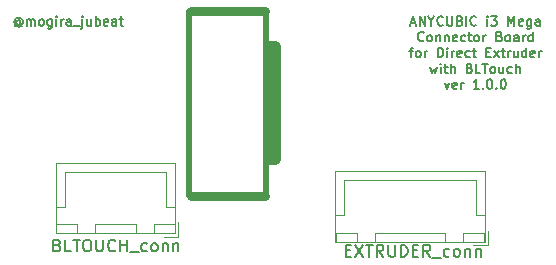
<source format=gto>
G04 #@! TF.GenerationSoftware,KiCad,Pcbnew,(5.1.2)-1*
G04 #@! TF.CreationDate,2020-08-06T11:16:41+09:00*
G04 #@! TF.ProjectId,i3mega_connector_board,69336d65-6761-45f6-936f-6e6e6563746f,rev?*
G04 #@! TF.SameCoordinates,PX7efb530PY7b459e0*
G04 #@! TF.FileFunction,Legend,Top*
G04 #@! TF.FilePolarity,Positive*
%FSLAX46Y46*%
G04 Gerber Fmt 4.6, Leading zero omitted, Abs format (unit mm)*
G04 Created by KiCad (PCBNEW (5.1.2)-1) date 2020-08-06 11:16:41*
%MOMM*%
%LPD*%
G04 APERTURE LIST*
%ADD10C,0.140000*%
%ADD11C,0.120000*%
%ADD12C,1.000000*%
%ADD13C,0.550000*%
%ADD14C,0.750000*%
%ADD15C,0.150000*%
G04 APERTURE END LIST*
D10*
X1916904Y20444048D02*
X1878809Y20482143D01*
X1802619Y20520239D01*
X1726428Y20520239D01*
X1650238Y20482143D01*
X1612142Y20444048D01*
X1574047Y20367858D01*
X1574047Y20291667D01*
X1612142Y20215477D01*
X1650238Y20177381D01*
X1726428Y20139286D01*
X1802619Y20139286D01*
X1878809Y20177381D01*
X1916904Y20215477D01*
X1916904Y20520239D02*
X1916904Y20215477D01*
X1955000Y20177381D01*
X1993095Y20177381D01*
X2069285Y20215477D01*
X2107380Y20291667D01*
X2107380Y20482143D01*
X2031190Y20596429D01*
X1916904Y20672620D01*
X1764523Y20710715D01*
X1612142Y20672620D01*
X1497857Y20596429D01*
X1421666Y20482143D01*
X1383571Y20329762D01*
X1421666Y20177381D01*
X1497857Y20063096D01*
X1612142Y19986905D01*
X1764523Y19948810D01*
X1916904Y19986905D01*
X2031190Y20063096D01*
X2450238Y20063096D02*
X2450238Y20596429D01*
X2450238Y20520239D02*
X2488333Y20558334D01*
X2564523Y20596429D01*
X2678809Y20596429D01*
X2755000Y20558334D01*
X2793095Y20482143D01*
X2793095Y20063096D01*
X2793095Y20482143D02*
X2831190Y20558334D01*
X2907380Y20596429D01*
X3021666Y20596429D01*
X3097857Y20558334D01*
X3135952Y20482143D01*
X3135952Y20063096D01*
X3631190Y20063096D02*
X3555000Y20101191D01*
X3516904Y20139286D01*
X3478809Y20215477D01*
X3478809Y20444048D01*
X3516904Y20520239D01*
X3555000Y20558334D01*
X3631190Y20596429D01*
X3745476Y20596429D01*
X3821666Y20558334D01*
X3859761Y20520239D01*
X3897857Y20444048D01*
X3897857Y20215477D01*
X3859761Y20139286D01*
X3821666Y20101191D01*
X3745476Y20063096D01*
X3631190Y20063096D01*
X4583571Y20596429D02*
X4583571Y19948810D01*
X4545476Y19872620D01*
X4507380Y19834524D01*
X4431190Y19796429D01*
X4316904Y19796429D01*
X4240714Y19834524D01*
X4583571Y20101191D02*
X4507380Y20063096D01*
X4355000Y20063096D01*
X4278809Y20101191D01*
X4240714Y20139286D01*
X4202619Y20215477D01*
X4202619Y20444048D01*
X4240714Y20520239D01*
X4278809Y20558334D01*
X4355000Y20596429D01*
X4507380Y20596429D01*
X4583571Y20558334D01*
X4964523Y20063096D02*
X4964523Y20596429D01*
X4964523Y20863096D02*
X4926428Y20825000D01*
X4964523Y20786905D01*
X5002619Y20825000D01*
X4964523Y20863096D01*
X4964523Y20786905D01*
X5345476Y20063096D02*
X5345476Y20596429D01*
X5345476Y20444048D02*
X5383571Y20520239D01*
X5421666Y20558334D01*
X5497857Y20596429D01*
X5574047Y20596429D01*
X6183571Y20063096D02*
X6183571Y20482143D01*
X6145476Y20558334D01*
X6069285Y20596429D01*
X5916904Y20596429D01*
X5840714Y20558334D01*
X6183571Y20101191D02*
X6107380Y20063096D01*
X5916904Y20063096D01*
X5840714Y20101191D01*
X5802619Y20177381D01*
X5802619Y20253572D01*
X5840714Y20329762D01*
X5916904Y20367858D01*
X6107380Y20367858D01*
X6183571Y20405953D01*
X6374047Y19986905D02*
X6983571Y19986905D01*
X7174047Y20596429D02*
X7174047Y19910715D01*
X7135952Y19834524D01*
X7059761Y19796429D01*
X7021666Y19796429D01*
X7174047Y20863096D02*
X7135952Y20825000D01*
X7174047Y20786905D01*
X7212142Y20825000D01*
X7174047Y20863096D01*
X7174047Y20786905D01*
X7897857Y20596429D02*
X7897857Y20063096D01*
X7555000Y20596429D02*
X7555000Y20177381D01*
X7593095Y20101191D01*
X7669285Y20063096D01*
X7783571Y20063096D01*
X7859761Y20101191D01*
X7897857Y20139286D01*
X8278809Y20063096D02*
X8278809Y20863096D01*
X8278809Y20558334D02*
X8355000Y20596429D01*
X8507380Y20596429D01*
X8583571Y20558334D01*
X8621666Y20520239D01*
X8659761Y20444048D01*
X8659761Y20215477D01*
X8621666Y20139286D01*
X8583571Y20101191D01*
X8507380Y20063096D01*
X8355000Y20063096D01*
X8278809Y20101191D01*
X9307380Y20101191D02*
X9231190Y20063096D01*
X9078809Y20063096D01*
X9002619Y20101191D01*
X8964523Y20177381D01*
X8964523Y20482143D01*
X9002619Y20558334D01*
X9078809Y20596429D01*
X9231190Y20596429D01*
X9307380Y20558334D01*
X9345476Y20482143D01*
X9345476Y20405953D01*
X8964523Y20329762D01*
X10031190Y20063096D02*
X10031190Y20482143D01*
X9993095Y20558334D01*
X9916904Y20596429D01*
X9764523Y20596429D01*
X9688333Y20558334D01*
X10031190Y20101191D02*
X9955000Y20063096D01*
X9764523Y20063096D01*
X9688333Y20101191D01*
X9650238Y20177381D01*
X9650238Y20253572D01*
X9688333Y20329762D01*
X9764523Y20367858D01*
X9955000Y20367858D01*
X10031190Y20405953D01*
X10297857Y20596429D02*
X10602619Y20596429D01*
X10412142Y20863096D02*
X10412142Y20177381D01*
X10450238Y20101191D01*
X10526428Y20063096D01*
X10602619Y20063096D01*
X34988333Y20296667D02*
X35369285Y20296667D01*
X34912142Y20068096D02*
X35178809Y20868096D01*
X35445476Y20068096D01*
X35712142Y20068096D02*
X35712142Y20868096D01*
X36169285Y20068096D01*
X36169285Y20868096D01*
X36702619Y20449048D02*
X36702619Y20068096D01*
X36435952Y20868096D02*
X36702619Y20449048D01*
X36969285Y20868096D01*
X37693095Y20144286D02*
X37655000Y20106191D01*
X37540714Y20068096D01*
X37464523Y20068096D01*
X37350238Y20106191D01*
X37274047Y20182381D01*
X37235952Y20258572D01*
X37197857Y20410953D01*
X37197857Y20525239D01*
X37235952Y20677620D01*
X37274047Y20753810D01*
X37350238Y20830000D01*
X37464523Y20868096D01*
X37540714Y20868096D01*
X37655000Y20830000D01*
X37693095Y20791905D01*
X38035952Y20868096D02*
X38035952Y20220477D01*
X38074047Y20144286D01*
X38112142Y20106191D01*
X38188333Y20068096D01*
X38340714Y20068096D01*
X38416904Y20106191D01*
X38455000Y20144286D01*
X38493095Y20220477D01*
X38493095Y20868096D01*
X39140714Y20487143D02*
X39255000Y20449048D01*
X39293095Y20410953D01*
X39331190Y20334762D01*
X39331190Y20220477D01*
X39293095Y20144286D01*
X39255000Y20106191D01*
X39178809Y20068096D01*
X38874047Y20068096D01*
X38874047Y20868096D01*
X39140714Y20868096D01*
X39216904Y20830000D01*
X39255000Y20791905D01*
X39293095Y20715715D01*
X39293095Y20639524D01*
X39255000Y20563334D01*
X39216904Y20525239D01*
X39140714Y20487143D01*
X38874047Y20487143D01*
X39674047Y20068096D02*
X39674047Y20868096D01*
X40512142Y20144286D02*
X40474047Y20106191D01*
X40359761Y20068096D01*
X40283571Y20068096D01*
X40169285Y20106191D01*
X40093095Y20182381D01*
X40055000Y20258572D01*
X40016904Y20410953D01*
X40016904Y20525239D01*
X40055000Y20677620D01*
X40093095Y20753810D01*
X40169285Y20830000D01*
X40283571Y20868096D01*
X40359761Y20868096D01*
X40474047Y20830000D01*
X40512142Y20791905D01*
X41464523Y20068096D02*
X41464523Y20601429D01*
X41464523Y20868096D02*
X41426428Y20830000D01*
X41464523Y20791905D01*
X41502619Y20830000D01*
X41464523Y20868096D01*
X41464523Y20791905D01*
X41769285Y20868096D02*
X42264523Y20868096D01*
X41997857Y20563334D01*
X42112142Y20563334D01*
X42188333Y20525239D01*
X42226428Y20487143D01*
X42264523Y20410953D01*
X42264523Y20220477D01*
X42226428Y20144286D01*
X42188333Y20106191D01*
X42112142Y20068096D01*
X41883571Y20068096D01*
X41807380Y20106191D01*
X41769285Y20144286D01*
X43216904Y20068096D02*
X43216904Y20868096D01*
X43483571Y20296667D01*
X43750238Y20868096D01*
X43750238Y20068096D01*
X44435952Y20106191D02*
X44359761Y20068096D01*
X44207380Y20068096D01*
X44131190Y20106191D01*
X44093095Y20182381D01*
X44093095Y20487143D01*
X44131190Y20563334D01*
X44207380Y20601429D01*
X44359761Y20601429D01*
X44435952Y20563334D01*
X44474047Y20487143D01*
X44474047Y20410953D01*
X44093095Y20334762D01*
X45159761Y20601429D02*
X45159761Y19953810D01*
X45121666Y19877620D01*
X45083571Y19839524D01*
X45007380Y19801429D01*
X44893095Y19801429D01*
X44816904Y19839524D01*
X45159761Y20106191D02*
X45083571Y20068096D01*
X44931190Y20068096D01*
X44855000Y20106191D01*
X44816904Y20144286D01*
X44778809Y20220477D01*
X44778809Y20449048D01*
X44816904Y20525239D01*
X44855000Y20563334D01*
X44931190Y20601429D01*
X45083571Y20601429D01*
X45159761Y20563334D01*
X45883571Y20068096D02*
X45883571Y20487143D01*
X45845476Y20563334D01*
X45769285Y20601429D01*
X45616904Y20601429D01*
X45540714Y20563334D01*
X45883571Y20106191D02*
X45807380Y20068096D01*
X45616904Y20068096D01*
X45540714Y20106191D01*
X45502619Y20182381D01*
X45502619Y20258572D01*
X45540714Y20334762D01*
X45616904Y20372858D01*
X45807380Y20372858D01*
X45883571Y20410953D01*
X36055000Y18804286D02*
X36016904Y18766191D01*
X35902619Y18728096D01*
X35826428Y18728096D01*
X35712142Y18766191D01*
X35635952Y18842381D01*
X35597857Y18918572D01*
X35559761Y19070953D01*
X35559761Y19185239D01*
X35597857Y19337620D01*
X35635952Y19413810D01*
X35712142Y19490000D01*
X35826428Y19528096D01*
X35902619Y19528096D01*
X36016904Y19490000D01*
X36055000Y19451905D01*
X36512142Y18728096D02*
X36435952Y18766191D01*
X36397857Y18804286D01*
X36359761Y18880477D01*
X36359761Y19109048D01*
X36397857Y19185239D01*
X36435952Y19223334D01*
X36512142Y19261429D01*
X36626428Y19261429D01*
X36702619Y19223334D01*
X36740714Y19185239D01*
X36778809Y19109048D01*
X36778809Y18880477D01*
X36740714Y18804286D01*
X36702619Y18766191D01*
X36626428Y18728096D01*
X36512142Y18728096D01*
X37121666Y19261429D02*
X37121666Y18728096D01*
X37121666Y19185239D02*
X37159761Y19223334D01*
X37235952Y19261429D01*
X37350238Y19261429D01*
X37426428Y19223334D01*
X37464523Y19147143D01*
X37464523Y18728096D01*
X37845476Y19261429D02*
X37845476Y18728096D01*
X37845476Y19185239D02*
X37883571Y19223334D01*
X37959761Y19261429D01*
X38074047Y19261429D01*
X38150238Y19223334D01*
X38188333Y19147143D01*
X38188333Y18728096D01*
X38874047Y18766191D02*
X38797857Y18728096D01*
X38645476Y18728096D01*
X38569285Y18766191D01*
X38531190Y18842381D01*
X38531190Y19147143D01*
X38569285Y19223334D01*
X38645476Y19261429D01*
X38797857Y19261429D01*
X38874047Y19223334D01*
X38912142Y19147143D01*
X38912142Y19070953D01*
X38531190Y18994762D01*
X39597857Y18766191D02*
X39521666Y18728096D01*
X39369285Y18728096D01*
X39293095Y18766191D01*
X39255000Y18804286D01*
X39216904Y18880477D01*
X39216904Y19109048D01*
X39255000Y19185239D01*
X39293095Y19223334D01*
X39369285Y19261429D01*
X39521666Y19261429D01*
X39597857Y19223334D01*
X39826428Y19261429D02*
X40131190Y19261429D01*
X39940714Y19528096D02*
X39940714Y18842381D01*
X39978809Y18766191D01*
X40055000Y18728096D01*
X40131190Y18728096D01*
X40512142Y18728096D02*
X40435952Y18766191D01*
X40397857Y18804286D01*
X40359761Y18880477D01*
X40359761Y19109048D01*
X40397857Y19185239D01*
X40435952Y19223334D01*
X40512142Y19261429D01*
X40626428Y19261429D01*
X40702619Y19223334D01*
X40740714Y19185239D01*
X40778809Y19109048D01*
X40778809Y18880477D01*
X40740714Y18804286D01*
X40702619Y18766191D01*
X40626428Y18728096D01*
X40512142Y18728096D01*
X41121666Y18728096D02*
X41121666Y19261429D01*
X41121666Y19109048D02*
X41159761Y19185239D01*
X41197857Y19223334D01*
X41274047Y19261429D01*
X41350238Y19261429D01*
X42493095Y19147143D02*
X42607380Y19109048D01*
X42645476Y19070953D01*
X42683571Y18994762D01*
X42683571Y18880477D01*
X42645476Y18804286D01*
X42607380Y18766191D01*
X42531190Y18728096D01*
X42226428Y18728096D01*
X42226428Y19528096D01*
X42493095Y19528096D01*
X42569285Y19490000D01*
X42607380Y19451905D01*
X42645476Y19375715D01*
X42645476Y19299524D01*
X42607380Y19223334D01*
X42569285Y19185239D01*
X42493095Y19147143D01*
X42226428Y19147143D01*
X43140714Y18728096D02*
X43064523Y18766191D01*
X43026428Y18804286D01*
X42988333Y18880477D01*
X42988333Y19109048D01*
X43026428Y19185239D01*
X43064523Y19223334D01*
X43140714Y19261429D01*
X43255000Y19261429D01*
X43331190Y19223334D01*
X43369285Y19185239D01*
X43407380Y19109048D01*
X43407380Y18880477D01*
X43369285Y18804286D01*
X43331190Y18766191D01*
X43255000Y18728096D01*
X43140714Y18728096D01*
X44093095Y18728096D02*
X44093095Y19147143D01*
X44055000Y19223334D01*
X43978809Y19261429D01*
X43826428Y19261429D01*
X43750238Y19223334D01*
X44093095Y18766191D02*
X44016904Y18728096D01*
X43826428Y18728096D01*
X43750238Y18766191D01*
X43712142Y18842381D01*
X43712142Y18918572D01*
X43750238Y18994762D01*
X43826428Y19032858D01*
X44016904Y19032858D01*
X44093095Y19070953D01*
X44474047Y18728096D02*
X44474047Y19261429D01*
X44474047Y19109048D02*
X44512142Y19185239D01*
X44550238Y19223334D01*
X44626428Y19261429D01*
X44702619Y19261429D01*
X45312142Y18728096D02*
X45312142Y19528096D01*
X45312142Y18766191D02*
X45235952Y18728096D01*
X45083571Y18728096D01*
X45007380Y18766191D01*
X44969285Y18804286D01*
X44931190Y18880477D01*
X44931190Y19109048D01*
X44969285Y19185239D01*
X45007380Y19223334D01*
X45083571Y19261429D01*
X45235952Y19261429D01*
X45312142Y19223334D01*
X34855000Y17921429D02*
X35159761Y17921429D01*
X34969285Y17388096D02*
X34969285Y18073810D01*
X35007380Y18150000D01*
X35083571Y18188096D01*
X35159761Y18188096D01*
X35540714Y17388096D02*
X35464523Y17426191D01*
X35426428Y17464286D01*
X35388333Y17540477D01*
X35388333Y17769048D01*
X35426428Y17845239D01*
X35464523Y17883334D01*
X35540714Y17921429D01*
X35655000Y17921429D01*
X35731190Y17883334D01*
X35769285Y17845239D01*
X35807380Y17769048D01*
X35807380Y17540477D01*
X35769285Y17464286D01*
X35731190Y17426191D01*
X35655000Y17388096D01*
X35540714Y17388096D01*
X36150238Y17388096D02*
X36150238Y17921429D01*
X36150238Y17769048D02*
X36188333Y17845239D01*
X36226428Y17883334D01*
X36302619Y17921429D01*
X36378809Y17921429D01*
X37255000Y17388096D02*
X37255000Y18188096D01*
X37445476Y18188096D01*
X37559761Y18150000D01*
X37635952Y18073810D01*
X37674047Y17997620D01*
X37712142Y17845239D01*
X37712142Y17730953D01*
X37674047Y17578572D01*
X37635952Y17502381D01*
X37559761Y17426191D01*
X37445476Y17388096D01*
X37255000Y17388096D01*
X38055000Y17388096D02*
X38055000Y17921429D01*
X38055000Y18188096D02*
X38016904Y18150000D01*
X38055000Y18111905D01*
X38093095Y18150000D01*
X38055000Y18188096D01*
X38055000Y18111905D01*
X38435952Y17388096D02*
X38435952Y17921429D01*
X38435952Y17769048D02*
X38474047Y17845239D01*
X38512142Y17883334D01*
X38588333Y17921429D01*
X38664523Y17921429D01*
X39235952Y17426191D02*
X39159761Y17388096D01*
X39007380Y17388096D01*
X38931190Y17426191D01*
X38893095Y17502381D01*
X38893095Y17807143D01*
X38931190Y17883334D01*
X39007380Y17921429D01*
X39159761Y17921429D01*
X39235952Y17883334D01*
X39274047Y17807143D01*
X39274047Y17730953D01*
X38893095Y17654762D01*
X39959761Y17426191D02*
X39883571Y17388096D01*
X39731190Y17388096D01*
X39655000Y17426191D01*
X39616904Y17464286D01*
X39578809Y17540477D01*
X39578809Y17769048D01*
X39616904Y17845239D01*
X39655000Y17883334D01*
X39731190Y17921429D01*
X39883571Y17921429D01*
X39959761Y17883334D01*
X40188333Y17921429D02*
X40493095Y17921429D01*
X40302619Y18188096D02*
X40302619Y17502381D01*
X40340714Y17426191D01*
X40416904Y17388096D01*
X40493095Y17388096D01*
X41369285Y17807143D02*
X41635952Y17807143D01*
X41750238Y17388096D02*
X41369285Y17388096D01*
X41369285Y18188096D01*
X41750238Y18188096D01*
X42016904Y17388096D02*
X42435952Y17921429D01*
X42016904Y17921429D02*
X42435952Y17388096D01*
X42626428Y17921429D02*
X42931190Y17921429D01*
X42740714Y18188096D02*
X42740714Y17502381D01*
X42778809Y17426191D01*
X42855000Y17388096D01*
X42931190Y17388096D01*
X43197857Y17388096D02*
X43197857Y17921429D01*
X43197857Y17769048D02*
X43235952Y17845239D01*
X43274047Y17883334D01*
X43350238Y17921429D01*
X43426428Y17921429D01*
X44035952Y17921429D02*
X44035952Y17388096D01*
X43693095Y17921429D02*
X43693095Y17502381D01*
X43731190Y17426191D01*
X43807380Y17388096D01*
X43921666Y17388096D01*
X43997857Y17426191D01*
X44035952Y17464286D01*
X44759761Y17388096D02*
X44759761Y18188096D01*
X44759761Y17426191D02*
X44683571Y17388096D01*
X44531190Y17388096D01*
X44455000Y17426191D01*
X44416904Y17464286D01*
X44378809Y17540477D01*
X44378809Y17769048D01*
X44416904Y17845239D01*
X44455000Y17883334D01*
X44531190Y17921429D01*
X44683571Y17921429D01*
X44759761Y17883334D01*
X45445476Y17426191D02*
X45369285Y17388096D01*
X45216904Y17388096D01*
X45140714Y17426191D01*
X45102619Y17502381D01*
X45102619Y17807143D01*
X45140714Y17883334D01*
X45216904Y17921429D01*
X45369285Y17921429D01*
X45445476Y17883334D01*
X45483571Y17807143D01*
X45483571Y17730953D01*
X45102619Y17654762D01*
X45826428Y17388096D02*
X45826428Y17921429D01*
X45826428Y17769048D02*
X45864523Y17845239D01*
X45902619Y17883334D01*
X45978809Y17921429D01*
X46055000Y17921429D01*
X36607380Y16581429D02*
X36759761Y16048096D01*
X36912142Y16429048D01*
X37064523Y16048096D01*
X37216904Y16581429D01*
X37521666Y16048096D02*
X37521666Y16581429D01*
X37521666Y16848096D02*
X37483571Y16810000D01*
X37521666Y16771905D01*
X37559761Y16810000D01*
X37521666Y16848096D01*
X37521666Y16771905D01*
X37788333Y16581429D02*
X38093095Y16581429D01*
X37902619Y16848096D02*
X37902619Y16162381D01*
X37940714Y16086191D01*
X38016904Y16048096D01*
X38093095Y16048096D01*
X38359761Y16048096D02*
X38359761Y16848096D01*
X38702619Y16048096D02*
X38702619Y16467143D01*
X38664523Y16543334D01*
X38588333Y16581429D01*
X38474047Y16581429D01*
X38397857Y16543334D01*
X38359761Y16505239D01*
X39959761Y16467143D02*
X40074047Y16429048D01*
X40112142Y16390953D01*
X40150238Y16314762D01*
X40150238Y16200477D01*
X40112142Y16124286D01*
X40074047Y16086191D01*
X39997857Y16048096D01*
X39693095Y16048096D01*
X39693095Y16848096D01*
X39959761Y16848096D01*
X40035952Y16810000D01*
X40074047Y16771905D01*
X40112142Y16695715D01*
X40112142Y16619524D01*
X40074047Y16543334D01*
X40035952Y16505239D01*
X39959761Y16467143D01*
X39693095Y16467143D01*
X40874047Y16048096D02*
X40493095Y16048096D01*
X40493095Y16848096D01*
X41026428Y16848096D02*
X41483571Y16848096D01*
X41255000Y16048096D02*
X41255000Y16848096D01*
X41864523Y16048096D02*
X41788333Y16086191D01*
X41750238Y16124286D01*
X41712142Y16200477D01*
X41712142Y16429048D01*
X41750238Y16505239D01*
X41788333Y16543334D01*
X41864523Y16581429D01*
X41978809Y16581429D01*
X42055000Y16543334D01*
X42093095Y16505239D01*
X42131190Y16429048D01*
X42131190Y16200477D01*
X42093095Y16124286D01*
X42055000Y16086191D01*
X41978809Y16048096D01*
X41864523Y16048096D01*
X42816904Y16581429D02*
X42816904Y16048096D01*
X42474047Y16581429D02*
X42474047Y16162381D01*
X42512142Y16086191D01*
X42588333Y16048096D01*
X42702619Y16048096D01*
X42778809Y16086191D01*
X42816904Y16124286D01*
X43540714Y16086191D02*
X43464523Y16048096D01*
X43312142Y16048096D01*
X43235952Y16086191D01*
X43197857Y16124286D01*
X43159761Y16200477D01*
X43159761Y16429048D01*
X43197857Y16505239D01*
X43235952Y16543334D01*
X43312142Y16581429D01*
X43464523Y16581429D01*
X43540714Y16543334D01*
X43883571Y16048096D02*
X43883571Y16848096D01*
X44226428Y16048096D02*
X44226428Y16467143D01*
X44188333Y16543334D01*
X44112142Y16581429D01*
X43997857Y16581429D01*
X43921666Y16543334D01*
X43883571Y16505239D01*
X37845476Y15241429D02*
X38035952Y14708096D01*
X38226428Y15241429D01*
X38835952Y14746191D02*
X38759761Y14708096D01*
X38607380Y14708096D01*
X38531190Y14746191D01*
X38493095Y14822381D01*
X38493095Y15127143D01*
X38531190Y15203334D01*
X38607380Y15241429D01*
X38759761Y15241429D01*
X38835952Y15203334D01*
X38874047Y15127143D01*
X38874047Y15050953D01*
X38493095Y14974762D01*
X39216904Y14708096D02*
X39216904Y15241429D01*
X39216904Y15089048D02*
X39255000Y15165239D01*
X39293095Y15203334D01*
X39369285Y15241429D01*
X39445476Y15241429D01*
X40740714Y14708096D02*
X40283571Y14708096D01*
X40512142Y14708096D02*
X40512142Y15508096D01*
X40435952Y15393810D01*
X40359761Y15317620D01*
X40283571Y15279524D01*
X41083571Y14784286D02*
X41121666Y14746191D01*
X41083571Y14708096D01*
X41045476Y14746191D01*
X41083571Y14784286D01*
X41083571Y14708096D01*
X41616904Y15508096D02*
X41693095Y15508096D01*
X41769285Y15470000D01*
X41807380Y15431905D01*
X41845476Y15355715D01*
X41883571Y15203334D01*
X41883571Y15012858D01*
X41845476Y14860477D01*
X41807380Y14784286D01*
X41769285Y14746191D01*
X41693095Y14708096D01*
X41616904Y14708096D01*
X41540714Y14746191D01*
X41502619Y14784286D01*
X41464523Y14860477D01*
X41426428Y15012858D01*
X41426428Y15203334D01*
X41464523Y15355715D01*
X41502619Y15431905D01*
X41540714Y15470000D01*
X41616904Y15508096D01*
X42226428Y14784286D02*
X42264523Y14746191D01*
X42226428Y14708096D01*
X42188333Y14746191D01*
X42226428Y14784286D01*
X42226428Y14708096D01*
X42759761Y15508096D02*
X42835952Y15508096D01*
X42912142Y15470000D01*
X42950238Y15431905D01*
X42988333Y15355715D01*
X43026428Y15203334D01*
X43026428Y15012858D01*
X42988333Y14860477D01*
X42950238Y14784286D01*
X42912142Y14746191D01*
X42835952Y14708096D01*
X42759761Y14708096D01*
X42683571Y14746191D01*
X42645476Y14784286D01*
X42607380Y14860477D01*
X42569285Y15012858D01*
X42569285Y15203334D01*
X42607380Y15355715D01*
X42645476Y15431905D01*
X42683571Y15470000D01*
X42759761Y15508096D01*
D11*
X15015000Y2465000D02*
X15015000Y8435000D01*
X15015000Y8435000D02*
X4895000Y8435000D01*
X4895000Y8435000D02*
X4895000Y2465000D01*
X4895000Y2465000D02*
X15015000Y2465000D01*
X11705000Y2475000D02*
X11705000Y3225000D01*
X11705000Y3225000D02*
X8205000Y3225000D01*
X8205000Y3225000D02*
X8205000Y2475000D01*
X8205000Y2475000D02*
X11705000Y2475000D01*
X15005000Y2475000D02*
X15005000Y3225000D01*
X15005000Y3225000D02*
X13205000Y3225000D01*
X13205000Y3225000D02*
X13205000Y2475000D01*
X13205000Y2475000D02*
X15005000Y2475000D01*
X6705000Y2475000D02*
X6705000Y3225000D01*
X6705000Y3225000D02*
X4905000Y3225000D01*
X4905000Y3225000D02*
X4905000Y2475000D01*
X4905000Y2475000D02*
X6705000Y2475000D01*
X15005000Y4725000D02*
X14255000Y4725000D01*
X14255000Y4725000D02*
X14255000Y7675000D01*
X14255000Y7675000D02*
X9955000Y7675000D01*
X4905000Y4725000D02*
X5655000Y4725000D01*
X5655000Y4725000D02*
X5655000Y7675000D01*
X5655000Y7675000D02*
X9955000Y7675000D01*
X14055000Y2175000D02*
X15305000Y2175000D01*
X15305000Y2175000D02*
X15305000Y3425000D01*
X41215000Y1740000D02*
X41215000Y7710000D01*
X41215000Y7710000D02*
X28595000Y7710000D01*
X28595000Y7710000D02*
X28595000Y1740000D01*
X28595000Y1740000D02*
X41215000Y1740000D01*
X37905000Y1750000D02*
X37905000Y2500000D01*
X37905000Y2500000D02*
X31905000Y2500000D01*
X31905000Y2500000D02*
X31905000Y1750000D01*
X31905000Y1750000D02*
X37905000Y1750000D01*
X41205000Y1750000D02*
X41205000Y2500000D01*
X41205000Y2500000D02*
X39405000Y2500000D01*
X39405000Y2500000D02*
X39405000Y1750000D01*
X39405000Y1750000D02*
X41205000Y1750000D01*
X30405000Y1750000D02*
X30405000Y2500000D01*
X30405000Y2500000D02*
X28605000Y2500000D01*
X28605000Y2500000D02*
X28605000Y1750000D01*
X28605000Y1750000D02*
X30405000Y1750000D01*
X41205000Y4000000D02*
X40455000Y4000000D01*
X40455000Y4000000D02*
X40455000Y6950000D01*
X40455000Y6950000D02*
X34905000Y6950000D01*
X28605000Y4000000D02*
X29355000Y4000000D01*
X29355000Y4000000D02*
X29355000Y6950000D01*
X29355000Y6950000D02*
X34905000Y6950000D01*
X40255000Y1450000D02*
X41505000Y1450000D01*
X41505000Y1450000D02*
X41505000Y2700000D01*
D12*
X23492500Y8800000D02*
X22980000Y8800000D01*
X23485000Y18215000D02*
X22995000Y18215000D01*
X23492500Y18200000D02*
X23492500Y8800000D01*
D13*
X22730000Y21325000D02*
X22730000Y5675000D01*
D14*
X22630000Y5675000D02*
X16330000Y5675000D01*
D13*
X16230000Y21325000D02*
X16230000Y5675000D01*
D14*
X22630000Y21325000D02*
X16330000Y21325000D01*
D15*
X5052619Y1471429D02*
X5195476Y1423810D01*
X5243095Y1376191D01*
X5290714Y1280953D01*
X5290714Y1138096D01*
X5243095Y1042858D01*
X5195476Y995239D01*
X5100238Y947620D01*
X4719285Y947620D01*
X4719285Y1947620D01*
X5052619Y1947620D01*
X5147857Y1900000D01*
X5195476Y1852381D01*
X5243095Y1757143D01*
X5243095Y1661905D01*
X5195476Y1566667D01*
X5147857Y1519048D01*
X5052619Y1471429D01*
X4719285Y1471429D01*
X6195476Y947620D02*
X5719285Y947620D01*
X5719285Y1947620D01*
X6385952Y1947620D02*
X6957380Y1947620D01*
X6671666Y947620D02*
X6671666Y1947620D01*
X7481190Y1947620D02*
X7671666Y1947620D01*
X7766904Y1900000D01*
X7862142Y1804762D01*
X7909761Y1614286D01*
X7909761Y1280953D01*
X7862142Y1090477D01*
X7766904Y995239D01*
X7671666Y947620D01*
X7481190Y947620D01*
X7385952Y995239D01*
X7290714Y1090477D01*
X7243095Y1280953D01*
X7243095Y1614286D01*
X7290714Y1804762D01*
X7385952Y1900000D01*
X7481190Y1947620D01*
X8338333Y1947620D02*
X8338333Y1138096D01*
X8385952Y1042858D01*
X8433571Y995239D01*
X8528809Y947620D01*
X8719285Y947620D01*
X8814523Y995239D01*
X8862142Y1042858D01*
X8909761Y1138096D01*
X8909761Y1947620D01*
X9957380Y1042858D02*
X9909761Y995239D01*
X9766904Y947620D01*
X9671666Y947620D01*
X9528809Y995239D01*
X9433571Y1090477D01*
X9385952Y1185715D01*
X9338333Y1376191D01*
X9338333Y1519048D01*
X9385952Y1709524D01*
X9433571Y1804762D01*
X9528809Y1900000D01*
X9671666Y1947620D01*
X9766904Y1947620D01*
X9909761Y1900000D01*
X9957380Y1852381D01*
X10385952Y947620D02*
X10385952Y1947620D01*
X10385952Y1471429D02*
X10957380Y1471429D01*
X10957380Y947620D02*
X10957380Y1947620D01*
X11195476Y852381D02*
X11957380Y852381D01*
X12624047Y995239D02*
X12528809Y947620D01*
X12338333Y947620D01*
X12243095Y995239D01*
X12195476Y1042858D01*
X12147857Y1138096D01*
X12147857Y1423810D01*
X12195476Y1519048D01*
X12243095Y1566667D01*
X12338333Y1614286D01*
X12528809Y1614286D01*
X12624047Y1566667D01*
X13195476Y947620D02*
X13100238Y995239D01*
X13052619Y1042858D01*
X13005000Y1138096D01*
X13005000Y1423810D01*
X13052619Y1519048D01*
X13100238Y1566667D01*
X13195476Y1614286D01*
X13338333Y1614286D01*
X13433571Y1566667D01*
X13481190Y1519048D01*
X13528809Y1423810D01*
X13528809Y1138096D01*
X13481190Y1042858D01*
X13433571Y995239D01*
X13338333Y947620D01*
X13195476Y947620D01*
X13957380Y1614286D02*
X13957380Y947620D01*
X13957380Y1519048D02*
X14005000Y1566667D01*
X14100238Y1614286D01*
X14243095Y1614286D01*
X14338333Y1566667D01*
X14385952Y1471429D01*
X14385952Y947620D01*
X14862142Y1614286D02*
X14862142Y947620D01*
X14862142Y1519048D02*
X14909761Y1566667D01*
X15005000Y1614286D01*
X15147857Y1614286D01*
X15243095Y1566667D01*
X15290714Y1471429D01*
X15290714Y947620D01*
X29465714Y1021429D02*
X29799047Y1021429D01*
X29941904Y497620D02*
X29465714Y497620D01*
X29465714Y1497620D01*
X29941904Y1497620D01*
X30275238Y1497620D02*
X30941904Y497620D01*
X30941904Y1497620D02*
X30275238Y497620D01*
X31180000Y1497620D02*
X31751428Y1497620D01*
X31465714Y497620D02*
X31465714Y1497620D01*
X32656190Y497620D02*
X32322857Y973810D01*
X32084761Y497620D02*
X32084761Y1497620D01*
X32465714Y1497620D01*
X32560952Y1450000D01*
X32608571Y1402381D01*
X32656190Y1307143D01*
X32656190Y1164286D01*
X32608571Y1069048D01*
X32560952Y1021429D01*
X32465714Y973810D01*
X32084761Y973810D01*
X33084761Y1497620D02*
X33084761Y688096D01*
X33132380Y592858D01*
X33180000Y545239D01*
X33275238Y497620D01*
X33465714Y497620D01*
X33560952Y545239D01*
X33608571Y592858D01*
X33656190Y688096D01*
X33656190Y1497620D01*
X34132380Y497620D02*
X34132380Y1497620D01*
X34370476Y1497620D01*
X34513333Y1450000D01*
X34608571Y1354762D01*
X34656190Y1259524D01*
X34703809Y1069048D01*
X34703809Y926191D01*
X34656190Y735715D01*
X34608571Y640477D01*
X34513333Y545239D01*
X34370476Y497620D01*
X34132380Y497620D01*
X35132380Y1021429D02*
X35465714Y1021429D01*
X35608571Y497620D02*
X35132380Y497620D01*
X35132380Y1497620D01*
X35608571Y1497620D01*
X36608571Y497620D02*
X36275238Y973810D01*
X36037142Y497620D02*
X36037142Y1497620D01*
X36418095Y1497620D01*
X36513333Y1450000D01*
X36560952Y1402381D01*
X36608571Y1307143D01*
X36608571Y1164286D01*
X36560952Y1069048D01*
X36513333Y1021429D01*
X36418095Y973810D01*
X36037142Y973810D01*
X36799047Y402381D02*
X37560952Y402381D01*
X38227619Y545239D02*
X38132380Y497620D01*
X37941904Y497620D01*
X37846666Y545239D01*
X37799047Y592858D01*
X37751428Y688096D01*
X37751428Y973810D01*
X37799047Y1069048D01*
X37846666Y1116667D01*
X37941904Y1164286D01*
X38132380Y1164286D01*
X38227619Y1116667D01*
X38799047Y497620D02*
X38703809Y545239D01*
X38656190Y592858D01*
X38608571Y688096D01*
X38608571Y973810D01*
X38656190Y1069048D01*
X38703809Y1116667D01*
X38799047Y1164286D01*
X38941904Y1164286D01*
X39037142Y1116667D01*
X39084761Y1069048D01*
X39132380Y973810D01*
X39132380Y688096D01*
X39084761Y592858D01*
X39037142Y545239D01*
X38941904Y497620D01*
X38799047Y497620D01*
X39560952Y1164286D02*
X39560952Y497620D01*
X39560952Y1069048D02*
X39608571Y1116667D01*
X39703809Y1164286D01*
X39846666Y1164286D01*
X39941904Y1116667D01*
X39989523Y1021429D01*
X39989523Y497620D01*
X40465714Y1164286D02*
X40465714Y497620D01*
X40465714Y1069048D02*
X40513333Y1116667D01*
X40608571Y1164286D01*
X40751428Y1164286D01*
X40846666Y1116667D01*
X40894285Y1021429D01*
X40894285Y497620D01*
M02*

</source>
